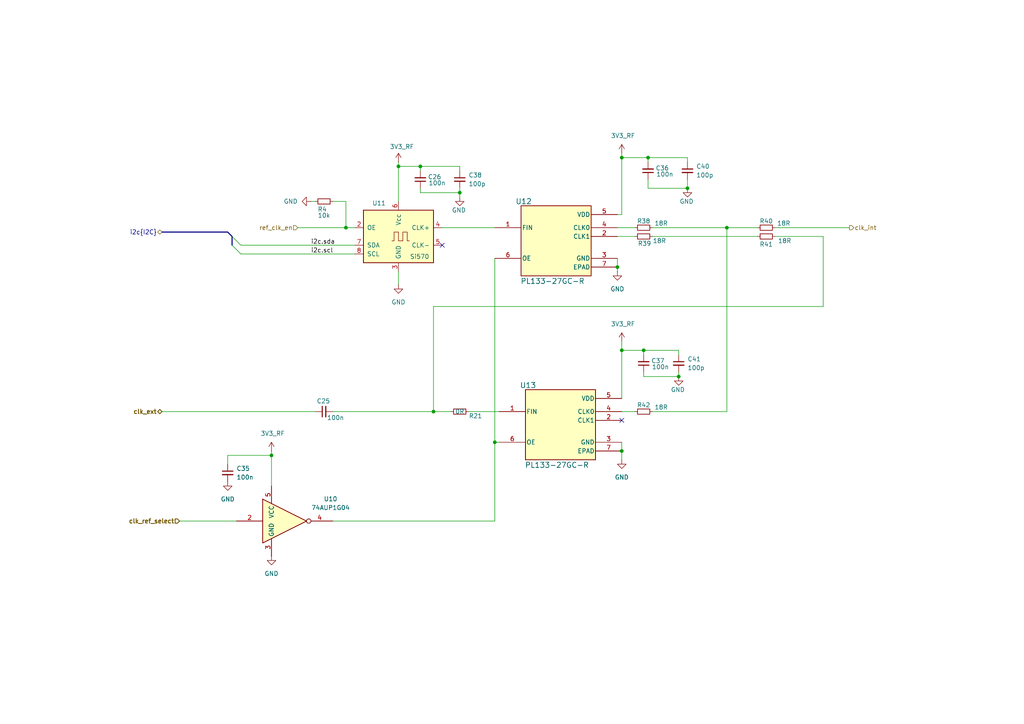
<source format=kicad_sch>
(kicad_sch (version 20250114) (generator "eeschema") (generator_version "9.0")
  (paper "A4")
  (title_block (title "REFERENCE OSCILLATOR") (date "2025-03-28") (rev "${REVISION}") (company "${COMPANY}"))
  (lib_symbols
    (symbol "74xGxx:74AUP1G04"
      (property "Reference" "U" (at -2.54 3.81 0))
      (property "Value" "74AUP1G04" (at 0 -3.81 0))
      (symbol "74AUP1G04_0_1"
        (polyline (pts (xy -7.62 6.35) (xy -7.62 -6.35) (xy 5.08 0) (xy -7.62 6.35)) (stroke (width 0.254)) (fill (type background)))
      )
      (symbol "74AUP1G04_1_1"
        (pin input line (at -15.24 0 0) (length 7.62) (name "~") (number "2"))
        (pin power_in line (at -5.08 10.16 270) (length 5.08) (name "VCC") (number "5"))
        (pin power_in line (at -5.08 -10.16 90) (length 5.08) (name "GND") (number "3"))
        (pin output inverted (at 12.7 0 180) (length 7.62) (name "~") (number "4"))
      )
    )
    (symbol "Device:C_Small" (pin_numbers (hide yes)) (pin_names (offset 0.254) (hide yes))
      (property "Reference" "C" (at 0.254 1.778 0))
      (property "Value" "C_Small" (at 0.254 -2.032 0))
      (symbol "C_Small_0_1"
        (polyline (pts (xy -1.524 0.508) (xy 1.524 0.508)) (stroke (width 0.3048)))
        (polyline (pts (xy -1.524 -0.508) (xy 1.524 -0.508)) (stroke (width 0.3302)))
      )
      (symbol "C_Small_1_1"
        (pin passive line (at 0 2.54 270) (length 2.032) (name "~") (number "1"))
        (pin passive line (at 0 -2.54 90) (length 2.032) (name "~") (number "2"))
      )
    )
    (symbol "Device:R_Small" (pin_numbers (hide yes)) (pin_names (offset 0.254) (hide yes))
      (property "Reference" "R" (at 0.762 0.508 0))
      (property "Value" "R_Small" (at 0.762 -1.016 0))
      (symbol "R_Small_0_1"
        (rectangle (start -0.762 1.778) (end 0.762 -1.778) (stroke (width 0.2032)))
      )
      (symbol "R_Small_1_1"
        (pin passive line (at 0 2.54 270) (length 0.762) (name "~") (number "1"))
        (pin passive line (at 0 -2.54 90) (length 0.762) (name "~") (number "2"))
      )
    )
    (symbol "Oscillator:Si570" (pin_names (offset 1.016))
      (property "Reference" "Y" (at -8.89 8.89 0))
      (property "Value" "Si570" (at 7.62 -8.89 0))
      (symbol "Si570_0_1"
        (rectangle (start -10.16 7.62) (end 10.16 -7.62) (stroke (width 0.254)) (fill (type background)))
        (polyline (pts (xy -1.905 -1.27) (xy -1.27 -1.27) (xy -1.27 1.27) (xy 0 1.27) (xy 0 -1.27) (xy 1.27 -1.27) (xy 1.27 1.27) (xy 2.54 1.27) (xy 2.54 -1.27) (xy 3.175 -1.27)))
      )
      (symbol "Si570_1_1"
        (pin input line (at -12.7 2.54 0) (length 2.54) (name "OE") (number "2"))
        (pin bidirectional line (at -12.7 -2.54 0) (length 2.54) (name "SDA") (number "7"))
        (pin input line (at -12.7 -5.08 0) (length 2.54) (name "SCL") (number "8"))
        (pin no_connect line (at -10.16 5.08 0) (length 2.54) (hide yes) (name "NC") (number "1"))
        (pin power_in line (at 0 10.16 270) (length 2.54) (name "Vcc") (number "6"))
        (pin power_in line (at 0 -10.16 90) (length 2.54) (name "GND") (number "3"))
        (pin output line (at 12.7 2.54 180) (length 2.54) (name "CLK+") (number "4"))
        (pin output line (at 12.7 -2.54 180) (length 2.54) (name "CLK-") (number "5"))
      )
    )
    (symbol "power:+3V3" (power) (pin_numbers (hide yes)) (pin_names (offset 0) (hide yes))
      (property "Value" "+3V3" (at 0 3.556 0))
      (symbol "+3V3_0_1"
        (polyline (pts (xy -0.762 1.27) (xy 0 2.54)))
        (polyline (pts (xy 0 2.54) (xy 0.762 1.27)))
        (polyline (pts (xy 0 0) (xy 0 2.54)))
      )
      (symbol "+3V3_1_1"
        (pin power_in line (at 0 0 90) (length 0) (name "~") (number "1"))
      )
    )
    (symbol "power:GND" (power) (pin_numbers (hide yes)) (pin_names (offset 0) (hide yes))
      (property "Value" "GND" (at 0 -3.81 0))
      (symbol "GND_0_1"
        (polyline (pts (xy 0 0) (xy 0 -1.27) (xy 1.27 -1.27) (xy 0 -2.54) (xy -1.27 -1.27) (xy 0 -1.27)))
      )
      (symbol "GND_1_1"
        (pin power_in line (at 0 0 270) (length 0) (name "~") (number "1"))
      )
    )
    (symbol "rf-synth-alpha:PL133-27GC-R" (pin_names (offset 0.254))
      (property "Reference" "U" (at 0.762 3.81 0))
      (property "Value" "PL133-27GC-R" (at 9.144 -19.304 0))
      (symbol "PL133-27GC-R_0_1"
        (pin input line (at -7.62 -3.81 0) (length 7.62) (name "FIN") (number "1"))
        (pin input line (at -7.62 -12.7 0) (length 7.62) (name "OE") (number "6"))
        (pin power_in line (at 27.94 0 180) (length 7.62) (name "VDD") (number "5"))
        (pin output line (at 27.94 -3.81 180) (length 7.62) (name "CLK0") (number "4"))
        (pin output line (at 27.94 -6.35 180) (length 7.62) (name "CLK1") (number "2"))
        (pin power_in line (at 27.94 -12.7 180) (length 7.62) (name "GND") (number "3"))
        (pin power_in line (at 27.94 -15.24 180) (length 7.62) (name "EPAD") (number "7"))
      )
      (symbol "PL133-27GC-R_1_1"
        (rectangle (start 0 2.54) (end 20.32 -17.78) (stroke (width 0.254)) (fill (type color) (color 255 255 194 1)))
      )
    )
  )
  (junction (at 100.33 66.04))
  (junction (at 143.51 128.27))
  (junction (at 179.07 77.47))
  (junction (at 133.35 55.88))
  (junction (at 78.74 132.08))
  (junction (at 180.34 101.6))
  (junction (at 180.34 45.72))
  (junction (at 125.73 119.38))
  (junction (at 180.34 130.81))
  (junction (at 196.85 109.22))
  (junction (at 199.39 54.61))
  (junction (at 115.57 48.26))
  (junction (at 186.69 101.6))
  (junction (at 210.82 66.04))
  (junction (at 121.92 48.26))
  (junction (at 187.96 45.72))
  (no_connect (at 128.27 71.12))
  (no_connect (at 180.34 121.92))
  (bus_entry (at 67.31 68.58) (size 2.54 2.54))
  (bus_entry (at 67.31 71.12) (size 2.54 2.54))
  (wire (pts (xy 187.96 45.72) (xy 187.96 46.99)))
  (wire (pts (xy 86.36 66.04) (xy 100.33 66.04)))
  (wire (pts (xy 121.92 54.61) (xy 121.92 55.88)))
  (wire (pts (xy 186.69 101.6) (xy 186.69 102.87)))
  (wire (pts (xy 199.39 46.99) (xy 199.39 45.72)))
  (wire (pts (xy 189.23 119.38) (xy 210.82 119.38)))
  (wire (pts (xy 66.04 134.62) (xy 66.04 132.08)))
  (wire (pts (xy 179.07 66.04) (xy 184.15 66.04)))
  (wire (pts (xy 189.23 68.58) (xy 219.71 68.58)))
  (wire (pts (xy 196.85 102.87) (xy 196.85 101.6)))
  (wire (pts (xy 90.17 58.42) (xy 91.44 58.42)))
  (wire (pts (xy 187.96 54.61) (xy 187.96 52.07)))
  (wire (pts (xy 180.34 45.72) (xy 180.34 62.23)))
  (wire (pts (xy 210.82 119.38) (xy 210.82 66.04)))
  (wire (pts (xy 66.04 132.08) (xy 78.74 132.08)))
  (wire (pts (xy 199.39 52.07) (xy 199.39 54.61)))
  (wire (pts (xy 96.52 151.13) (xy 143.51 151.13)))
  (wire (pts (xy 133.35 54.61) (xy 133.35 55.88)))
  (bus (pts (xy 67.31 68.58) (xy 67.31 71.12)))
  (wire (pts (xy 133.35 48.26) (xy 121.92 48.26)))
  (wire (pts (xy 180.34 99.06) (xy 180.34 101.6)))
  (wire (pts (xy 246.38 66.04) (xy 224.79 66.04)))
  (wire (pts (xy 180.34 119.38) (xy 184.15 119.38)))
  (wire (pts (xy 69.85 71.12) (xy 102.87 71.12)))
  (wire (pts (xy 180.34 44.45) (xy 180.34 45.72)))
  (wire (pts (xy 224.79 68.58) (xy 238.76 68.58)))
  (wire (pts (xy 238.76 88.9) (xy 125.73 88.9)))
  (wire (pts (xy 121.92 55.88) (xy 133.35 55.88)))
  (wire (pts (xy 180.34 128.27) (xy 180.34 130.81)))
  (wire (pts (xy 115.57 46.99) (xy 115.57 48.26)))
  (wire (pts (xy 115.57 78.74) (xy 115.57 82.55)))
  (wire (pts (xy 115.57 48.26) (xy 121.92 48.26)))
  (wire (pts (xy 180.34 130.81) (xy 180.34 133.35)))
  (wire (pts (xy 199.39 45.72) (xy 187.96 45.72)))
  (wire (pts (xy 179.07 77.47) (xy 179.07 78.74)))
  (wire (pts (xy 133.35 49.53) (xy 133.35 48.26)))
  (wire (pts (xy 196.85 107.95) (xy 196.85 109.22)))
  (wire (pts (xy 69.85 73.66) (xy 102.87 73.66)))
  (wire (pts (xy 100.33 58.42) (xy 100.33 66.04)))
  (wire (pts (xy 186.69 109.22) (xy 186.69 107.95)))
  (wire (pts (xy 133.35 55.88) (xy 133.35 57.15)))
  (wire (pts (xy 125.73 88.9) (xy 125.73 119.38)))
  (wire (pts (xy 78.74 132.08) (xy 78.74 140.97)))
  (bus (pts (xy 46.99 67.31) (xy 66.04 67.31)))
  (wire (pts (xy 96.52 58.42) (xy 100.33 58.42)))
  (wire (pts (xy 121.92 48.26) (xy 121.92 49.53)))
  (wire (pts (xy 180.34 101.6) (xy 186.69 101.6)))
  (wire (pts (xy 210.82 66.04) (xy 219.71 66.04)))
  (wire (pts (xy 179.07 68.58) (xy 184.15 68.58)))
  (wire (pts (xy 180.34 101.6) (xy 180.34 115.57)))
  (wire (pts (xy 128.27 66.04) (xy 143.51 66.04)))
  (wire (pts (xy 143.51 74.93) (xy 143.51 128.27)))
  (wire (pts (xy 125.73 119.38) (xy 130.81 119.38)))
  (wire (pts (xy 189.23 66.04) (xy 210.82 66.04)))
  (wire (pts (xy 187.96 54.61) (xy 199.39 54.61)))
  (wire (pts (xy 96.52 119.38) (xy 125.73 119.38)))
  (wire (pts (xy 78.74 130.81) (xy 78.74 132.08)))
  (wire (pts (xy 238.76 68.58) (xy 238.76 88.9)))
  (wire (pts (xy 144.78 128.27) (xy 143.51 128.27)))
  (wire (pts (xy 179.07 74.93) (xy 179.07 77.47)))
  (wire (pts (xy 100.33 66.04) (xy 102.87 66.04)))
  (wire (pts (xy 115.57 48.26) (xy 115.57 58.42)))
  (wire (pts (xy 196.85 101.6) (xy 186.69 101.6)))
  (wire (pts (xy 180.34 45.72) (xy 187.96 45.72)))
  (wire (pts (xy 143.51 151.13) (xy 143.51 128.27)))
  (wire (pts (xy 46.99 119.38) (xy 91.44 119.38)))
  (wire (pts (xy 180.34 62.23) (xy 179.07 62.23)))
  (wire (pts (xy 52.07 151.13) (xy 68.58 151.13)))
  (wire (pts (xy 186.69 109.22) (xy 196.85 109.22)))
  (bus (pts (xy 67.31 68.58) (xy 66.04 67.31)))
  (wire (pts (xy 135.89 119.38) (xy 144.78 119.38)))
  (label "i2c.scl" (at 90.17 73.66 0))
  (label "i2c.sda" (at 90.17 71.12 0))
  (hierarchical_label "ref_clk_en" (shape input) (at 86.36 66.04 180))
  (hierarchical_label "i2c{I2C}" (shape bidirectional) (at 46.99 67.31 180))
  (hierarchical_label "clk_ref_select" (shape input) (at 52.07 151.13 180) (effects (font (thickness 0.254) (bold yes))))
  (hierarchical_label "clk_int" (shape output) (at 246.38 66.04 0))
  (hierarchical_label "clk_ext" (shape bidirectional) (at 46.99 119.38 180) (effects (font (thickness 0.254) (bold yes))))
  (symbol (lib_id "Device:C_Small") (at 186.69 105.41 180) (unit 1)
    (property "Reference" "C37" (at 192.786 104.648 0) (effects (justify left)))
    (property "Value" "100n" (at 194.056 106.426 0) (effects (justify left)))
    (property "Footprint" "Capacitor_SMD:C_0402_1005Metric" (effects (hide yes)))
    (property "Datasheet" "https://mm.digikey.com/Volume0/opasdata/d220001/medias/docus/609/CL05B104KP5NNNC_Spec.pdf" (effects (hide yes)))
    (property "Description" "CAP CER 0.1UF 25V X7R 0402" (effects (hide yes)))
    (property "Manufacturer" "Samsung Electro-Mechanics" (effects (hide yes)))
    (property "MPN" "CL05B104KA5NNNC" (effects (hide yes)))
    (property "Supplier" "Digikey" (effects (hide yes)))
    (property "SPN" "1276-6720-1-ND" (effects (hide yes)))
    (property "C" "100n" (effects (hide yes)))
    (property "Voltage" "25V" (effects (hide yes)))
    (property "Tolerance" "10%" (effects (hide yes)))
    (property "Dielectric" "X7R" (effects (hide yes)))
  )
  (symbol (lib_id "Device:R_Small") (at 186.69 68.58 270) (mirror x) (unit 1)
    (property "Reference" "R39" (at 186.944 70.612 90))
    (property "Value" "18R" (at 191.262 69.85 90))
    (property "Footprint" "Resistor_SMD:R_0402_1005Metric" (effects (hide yes)))
    (property "Datasheet" "https://bourns.com/docs/product-datasheets/cr.pdf?sfvrsn=574d41f6_14" (effects (hide yes)))
    (property "Description" "RES SMD 18 OHM 1% 1/16W 0402" (effects (hide yes)))
    (property "Manufacturer" "Bourns Inc." (effects (hide yes)))
    (property "MPN" "CR0402-FX-18R0GLF" (effects (hide yes)))
    (property "Supplier" "Digikey" (effects (hide yes)))
    (property "SPN" "CR0402-FX-18R0GLFCT-ND" (effects (hide yes)))
  )
  (symbol (lib_id "Device:C_Small") (at 93.98 119.38 90) (unit 1)
    (property "Reference" "C25" (at 95.758 116.332 90) (effects (justify left)))
    (property "Value" "100n" (at 99.822 121.158 90) (effects (justify left)))
    (property "Footprint" "Capacitor_SMD:C_0402_1005Metric" (effects (hide yes)))
    (property "Datasheet" "https://mm.digikey.com/Volume0/opasdata/d220001/medias/docus/609/CL05B104KP5NNNC_Spec.pdf" (effects (hide yes)))
    (property "Description" "CAP CER 0.1UF 25V X7R 0402" (effects (hide yes)))
    (property "Manufacturer" "Samsung Electro-Mechanics" (effects (hide yes)))
    (property "MPN" "CL05B104KA5NNNC" (effects (hide yes)))
    (property "Supplier" "Digikey" (effects (hide yes)))
    (property "SPN" "1276-6720-1-ND" (effects (hide yes)))
    (property "C" "100n" (effects (hide yes)))
    (property "Voltage" "25V" (effects (hide yes)))
    (property "Tolerance" "10%" (effects (hide yes)))
    (property "Dielectric" "X7R" (effects (hide yes)))
  )
  (symbol (lib_id "power:GND") (at 179.07 78.74 0) (unit 1)
    (property "Reference" "#PWR088" (effects (hide yes)))
    (property "Value" "GND" (at 179.07 83.82 0))
    (property "Description" "Power symbol creates a global label with name \"GND\" , ground" (effects (hide yes)))
  )
  (symbol (lib_id "Device:C_Small") (at 187.96 49.53 180) (unit 1)
    (property "Reference" "C36" (at 194.056 48.768 0) (effects (justify left)))
    (property "Value" "100n" (at 195.326 50.546 0) (effects (justify left)))
    (property "Footprint" "Capacitor_SMD:C_0402_1005Metric" (effects (hide yes)))
    (property "Datasheet" "https://mm.digikey.com/Volume0/opasdata/d220001/medias/docus/609/CL05B104KP5NNNC_Spec.pdf" (effects (hide yes)))
    (property "Description" "CAP CER 0.1UF 25V X7R 0402" (effects (hide yes)))
    (property "Manufacturer" "Samsung Electro-Mechanics" (effects (hide yes)))
    (property "MPN" "CL05B104KA5NNNC" (effects (hide yes)))
    (property "Supplier" "Digikey" (effects (hide yes)))
    (property "SPN" "1276-6720-1-ND" (effects (hide yes)))
    (property "C" "100n" (effects (hide yes)))
    (property "Voltage" "25V" (effects (hide yes)))
    (property "Tolerance" "10%" (effects (hide yes)))
    (property "Dielectric" "X7R" (effects (hide yes)))
  )
  (symbol (lib_id "Device:R_Small") (at 186.69 66.04 270) (mirror x) (unit 1)
    (property "Reference" "R38" (at 186.69 64.135 90))
    (property "Value" "18R" (at 191.77 64.77 90))
    (property "Footprint" "Resistor_SMD:R_0402_1005Metric" (effects (hide yes)))
    (property "Datasheet" "https://bourns.com/docs/product-datasheets/cr.pdf?sfvrsn=574d41f6_14" (effects (hide yes)))
    (property "Description" "RES SMD 18 OHM 1% 1/16W 0402" (effects (hide yes)))
    (property "Manufacturer" "Bourns Inc." (effects (hide yes)))
    (property "MPN" "CR0402-FX-18R0GLF" (effects (hide yes)))
    (property "Supplier" "Digikey" (effects (hide yes)))
    (property "SPN" "CR0402-FX-18R0GLFCT-ND" (effects (hide yes)))
  )
  (symbol (lib_id "rf-synth-alpha:PL133-27GC-R") (at 151.13 62.23 0) (unit 1)
    (property "Reference" "U12" (at 151.892 58.42 0) (effects (font (size 1.524 1.524))))
    (property "Value" "PL133-27GC-R" (at 160.274 81.534 0) (effects (font (size 1.524 1.524))))
    (property "Footprint" "rf-synth-alpha:TDFN2013-6LD-PL-1_MCH" (effects (hide yes)))
    (property "Datasheet" "PL133-27GC-R" (effects (hide yes)))
    (property "Description" "Clock Fanout Buffer (Distribution) IC 1:2 150 MHz 6-UFDFN Exposed Pad" (effects (hide yes)))
    (property "Manufacturer" "Microchip Technology" (effects (hide yes)))
    (property "MPN" "PL133-27GC-R" (effects (hide yes)))
    (property "Supplier" "Digikey" (effects (hide yes)))
    (property "SPN" "576-4932-1-ND" (effects (hide yes)))
  )
  (symbol (lib_id "Device:R_Small") (at 222.25 68.58 270) (mirror x) (unit 1)
    (property "Reference" "R41" (at 222.25 70.866 90))
    (property "Value" "18R" (at 227.584 69.85 90))
    (property "Footprint" "Resistor_SMD:R_0402_1005Metric" (effects (hide yes)))
    (property "Datasheet" "https://bourns.com/docs/product-datasheets/cr.pdf?sfvrsn=574d41f6_14" (effects (hide yes)))
    (property "Description" "RES SMD 18 OHM 1% 1/16W 0402" (effects (hide yes)))
    (property "Manufacturer" "Bourns Inc." (effects (hide yes)))
    (property "MPN" "CR0402-FX-18R0GLF" (effects (hide yes)))
    (property "Supplier" "Digikey" (effects (hide yes)))
    (property "SPN" "CR0402-FX-18R0GLFCT-ND" (effects (hide yes)))
  )
  (symbol (lib_id "Device:R_Small") (at 133.35 119.38 90) (unit 1)
    (property "Reference" "R21" (at 137.922 120.65 90))
    (property "Value" "0R" (at 133.35 119.38 90))
    (property "Footprint" "Resistor_SMD:R_0402_1005Metric" (effects (hide yes)))
    (property "Description" "Resistor, small symbol" (effects (hide yes)))
    (property "Manufacturer" "Panasonic Electronic Components" (effects (hide yes)))
    (property "MFN" "ERJ-2GE0R00X" (effects (hide yes)))
    (property "Supplier" "Digikey" (effects (hide yes)))
    (property "SPN" "P0.0JCT-ND" (effects (hide yes)))
    (property "R" "0R" (effects (hide yes)))
  )
  (symbol (lib_id "power:+3V3") (at 78.74 130.81 0) (unit 1)
    (property "Reference" "#PWR081" (effects (hide yes)))
    (property "Value" "3V3_RF" (at 75.565 125.73 0) (effects (justify left)))
    (property "Description" "Power symbol creates a global label with name \"+3V3\"" (effects (hide yes)))
  )
  (symbol (lib_id "Device:R_Small") (at 222.25 66.04 270) (mirror x) (unit 1)
    (property "Reference" "R40" (at 222.25 64.135 90))
    (property "Value" "18R" (at 227.33 64.77 90))
    (property "Footprint" "Resistor_SMD:R_0402_1005Metric" (effects (hide yes)))
    (property "Datasheet" "https://bourns.com/docs/product-datasheets/cr.pdf?sfvrsn=574d41f6_14" (effects (hide yes)))
    (property "Description" "RES SMD 18 OHM 1% 1/16W 0402" (effects (hide yes)))
    (property "Manufacturer" "Bourns Inc." (effects (hide yes)))
    (property "MPN" "CR0402-FX-18R0GLF" (effects (hide yes)))
    (property "Supplier" "Digikey" (effects (hide yes)))
    (property "SPN" "CR0402-FX-18R0GLFCT-ND" (effects (hide yes)))
  )
  (symbol (lib_id "power:GND") (at 115.57 82.55 0) (unit 1)
    (property "Reference" "#PWR085" (effects (hide yes)))
    (property "Value" "GND" (at 115.57 87.63 0))
    (property "Description" "Power symbol creates a global label with name \"GND\" , ground" (effects (hide yes)))
    (instances (project "revg-octane" (path "" (reference "#PWR085") (unit 1))) (project "revg-octane" (path "" (reference "#PWR085") (unit 1))) (project "revg-octane" (path "" (reference "#PWR?") (unit 1))))
  )
  (symbol (lib_id "power:GND") (at 199.39 54.61 0) (unit 1)
    (property "Reference" "#PWR092" (effects (hide yes)))
    (property "Value" "GND" (at 199.136 58.42 0))
    (property "Description" "Power symbol creates a global label with name \"GND\" , ground" (effects (hide yes)))
  )
  (symbol (lib_id "power:GND") (at 180.34 133.35 0) (unit 1)
    (property "Reference" "#PWR087" (effects (hide yes)))
    (property "Value" "GND" (at 180.34 138.43 0))
    (property "Description" "Power symbol creates a global label with name \"GND\" , ground" (effects (hide yes)))
  )
  (symbol (lib_id "power:GND") (at 133.35 57.15 0) (unit 1)
    (property "Reference" "#PWR086" (effects (hide yes)))
    (property "Value" "GND" (at 133.096 60.96 0))
    (property "Description" "Power symbol creates a global label with name \"GND\" , ground" (effects (hide yes)))
  )
  (symbol (lib_id "Device:C_Small") (at 121.92 52.07 180) (unit 1)
    (property "Reference" "C26" (at 128.016 51.308 0) (effects (justify left)))
    (property "Value" "100n" (at 129.286 53.086 0) (effects (justify left)))
    (property "Footprint" "Capacitor_SMD:C_0402_1005Metric" (effects (hide yes)))
    (property "Datasheet" "https://mm.digikey.com/Volume0/opasdata/d220001/medias/docus/609/CL05B104KP5NNNC_Spec.pdf" (effects (hide yes)))
    (property "Description" "CAP CER 0.1UF 25V X7R 0402" (effects (hide yes)))
    (property "Manufacturer" "Samsung Electro-Mechanics" (effects (hide yes)))
    (property "MPN" "CL05B104KA5NNNC" (effects (hide yes)))
    (property "Supplier" "Digikey" (effects (hide yes)))
    (property "SPN" "1276-6720-1-ND" (effects (hide yes)))
    (property "C" "100n" (effects (hide yes)))
    (property "Voltage" "25V" (effects (hide yes)))
    (property "Tolerance" "10%" (effects (hide yes)))
    (property "Dielectric" "X7R" (effects (hide yes)))
  )
  (symbol (lib_id "power:GND") (at 78.74 161.29 0) (unit 1)
    (property "Reference" "#PWR082" (effects (hide yes)))
    (property "Value" "GND" (at 78.74 166.37 0))
    (property "Description" "Power symbol creates a global label with name \"GND\" , ground" (effects (hide yes)))
  )
  (symbol (lib_id "power:GND") (at 196.85 109.22 0) (unit 1)
    (property "Reference" "#PWR091" (effects (hide yes)))
    (property "Value" "GND" (at 196.596 113.03 0))
    (property "Description" "Power symbol creates a global label with name \"GND\" , ground" (effects (hide yes)))
  )
  (symbol (lib_id "Device:C_Small") (at 196.85 105.41 0) (unit 1)
    (property "Reference" "C41" (at 199.39 104.1462 0) (effects (justify left)))
    (property "Value" "100p" (at 199.39 106.6862 0) (effects (justify left)))
    (property "Footprint" "Capacitor_SMD:C_0402_1005Metric" (effects (hide yes)))
    (property "Datasheet" "https://datasheets.kyocera-avx.com/KGM_X7R.pdf" (effects (hide yes)))
    (property "Description" "CAP CER 100PF 50V X7R 0402" (effects (hide yes)))
    (property "Manufacturer" "KYOCERA AVX" (effects (hide yes)))
    (property "MPN" "KGM05AR71H101KN" (effects (hide yes)))
    (property "Supplier" "Digikey" (effects (hide yes)))
    (property "SPN" "478-KGM05AR71H101KNCT-ND" (effects (hide yes)))
    (property "Cost" "0.11" (effects (hide yes)))
  )
  (symbol (lib_id "power:+3V3") (at 115.57 46.99 0) (unit 1)
    (property "Reference" "#PWR084" (effects (hide yes)))
    (property "Value" "3V3_RF" (at 113.03 42.545 0) (effects (justify left)))
    (property "Description" "Power symbol creates a global label with name \"+3V3\"" (effects (hide yes)))
    (instances (project "revg-octane" (path "" (reference "#PWR084") (unit 1))) (project "revg-octane" (path "" (reference "#PWR084") (unit 1))) (project "revg-octane" (path "" (reference "#PWR?") (unit 1))))
  )
  (symbol (lib_id "Device:C_Small") (at 133.35 52.07 0) (unit 1)
    (property "Reference" "C38" (at 135.89 50.8062 0) (effects (justify left)))
    (property "Value" "100p" (at 135.89 53.3462 0) (effects (justify left)))
    (property "Footprint" "Capacitor_SMD:C_0402_1005Metric" (effects (hide yes)))
    (property "Datasheet" "https://datasheets.kyocera-avx.com/KGM_X7R.pdf" (effects (hide yes)))
    (property "Description" "CAP CER 100PF 50V X7R 0402" (effects (hide yes)))
    (property "Manufacturer" "KYOCERA AVX" (effects (hide yes)))
    (property "MPN" "KGM05AR71H101KN" (effects (hide yes)))
    (property "Supplier" "Digikey" (effects (hide yes)))
    (property "SPN" "478-KGM05AR71H101KNCT-ND" (effects (hide yes)))
    (property "Cost" "0.11" (effects (hide yes)))
  )
  (symbol (lib_id "power:GND") (at 66.04 139.7 0) (unit 1)
    (property "Reference" "#PWR080" (effects (hide yes)))
    (property "Value" "GND" (at 66.04 144.78 0))
    (property "Description" "Power symbol creates a global label with name \"GND\" , ground" (effects (hide yes)))
  )
  (symbol (lib_id "Oscillator:Si570") (at 115.57 68.58 0) (unit 1)
    (property "Reference" "U11" (at 107.95 58.928 0) (effects (justify left)))
    (property "Value" "Si570" (at 118.872 74.422 0) (effects (justify left)))
    (property "Footprint" "Oscillator:Oscillator_SMD_SI570_SI571_Standard" (effects (hide yes)))
    (property "Datasheet" "http://www.silabs.com/Support%20Documents/TechnicalDocs/si570.pdf" (effects (hide yes)))
    (property "Description" "10 MHZ TO 1.4 GHZ I2C PROGRAMMABLE XO/VCXO" (effects (hide yes)))
    (instances (project "revg-octane" (path "" (reference "U11") (unit 1))) (project "revg-octane" (path "" (reference "U11") (unit 1))) (project "revg-octane" (path "" (reference "U?") (unit 1))))
  )
  (symbol (lib_id "rf-synth-alpha:PL133-27GC-R") (at 152.4 115.57 0) (unit 1)
    (property "Reference" "U13" (at 153.162 111.76 0) (effects (font (size 1.524 1.524))))
    (property "Value" "PL133-27GC-R" (at 161.544 134.874 0) (effects (font (size 1.524 1.524))))
    (property "Footprint" "rf-synth-alpha:TDFN2013-6LD-PL-1_MCH" (effects (hide yes)))
    (property "Datasheet" "PL133-27GC-R" (effects (hide yes)))
    (property "Description" "Clock Fanout Buffer (Distribution) IC 1:2 150 MHz 6-UFDFN Exposed Pad" (effects (hide yes)))
    (property "Manufacturer" "Microchip Technology" (effects (hide yes)))
    (property "MPN" "PL133-27GC-R" (effects (hide yes)))
    (property "Supplier" "Digikey" (effects (hide yes)))
    (property "SPN" "576-4932-1-ND" (effects (hide yes)))
  )
  (symbol (lib_id "power:GND") (at 90.17 58.42 270) (unit 1)
    (property "Reference" "#PWR083" (effects (hide yes)))
    (property "Value" "GND" (at 86.36 58.4199 90) (effects (justify right)))
    (property "Description" "Power symbol creates a global label with name \"GND\" , ground" (effects (hide yes)))
    (instances (project "revg-octane" (path "" (reference "#PWR083") (unit 1))) (project "revg-octane" (path "" (reference "#PWR083") (unit 1))) (project "revg-octane" (path "" (reference "#PWR?") (unit 1))))
  )
  (symbol (lib_id "Device:R_Small") (at 186.69 119.38 270) (mirror x) (unit 1)
    (property "Reference" "R42" (at 186.69 117.475 90))
    (property "Value" "18R" (at 191.77 118.11 90))
    (property "Footprint" "Resistor_SMD:R_0402_1005Metric" (effects (hide yes)))
    (property "Datasheet" "https://bourns.com/docs/product-datasheets/cr.pdf?sfvrsn=574d41f6_14" (effects (hide yes)))
    (property "Description" "RES SMD 18 OHM 1% 1/16W 0402" (effects (hide yes)))
    (property "Manufacturer" "Bourns Inc." (effects (hide yes)))
    (property "MPN" "CR0402-FX-18R0GLF" (effects (hide yes)))
    (property "Supplier" "Digikey" (effects (hide yes)))
    (property "SPN" "CR0402-FX-18R0GLFCT-ND" (effects (hide yes)))
  )
  (symbol (lib_id "Device:C_Small") (at 66.04 137.16 0) (unit 1)
    (property "Reference" "C35" (at 68.58 135.8962 0) (effects (justify left)))
    (property "Value" "100n" (at 68.58 138.4362 0) (effects (justify left)))
    (property "Footprint" "Capacitor_SMD:C_0402_1005Metric" (effects (hide yes)))
    (property "Description" "Unpolarized capacitor, small symbol" (effects (hide yes)))
    (property "Manufacturer" "KYOCERA AVX" (effects (hide yes)))
    (property "MPN" "04025C104JAT2A" (effects (hide yes)))
    (property "Supplier" "Mouser" (effects (hide yes)))
    (property "SPN" "581-04025C104JAT2A " (effects (hide yes)))
    (property "Cost" "0.11" (effects (hide yes)))
  )
  (symbol (lib_id "74xGxx:74AUP1G04") (at 83.82 151.13 0) (unit 1)
    (property "Reference" "U10" (at 95.885 144.7098 0))
    (property "Value" "74AUP1G04" (at 95.885 147.2498 0))
    (property "Footprint" "Package_TO_SOT_SMD:SOT-353_SC-70-5" (effects (hide yes)))
    (property "Datasheet" "https://www.ti.com/lit/ds/symlink/sn74aup1g04.pdf" (effects (hide yes)))
    (property "Description" "Single NOT Gate, Low-Voltage CMOS" (effects (hide yes)))
    (property "Manufacturer" "TI" (effects (hide yes)))
    (property "MPN" "SN74AUP1G04DCKR " (effects (hide yes)))
    (property "Supplier" "Digikey" (effects (hide yes)))
    (property "SPN" "296-19072-1-ND" (effects (hide yes)))
  )
  (symbol (lib_id "Device:C_Small") (at 199.39 49.53 0) (unit 1)
    (property "Reference" "C40" (at 201.93 48.2662 0) (effects (justify left)))
    (property "Value" "100p" (at 201.93 50.8062 0) (effects (justify left)))
    (property "Footprint" "Capacitor_SMD:C_0402_1005Metric" (effects (hide yes)))
    (property "Datasheet" "https://datasheets.kyocera-avx.com/KGM_X7R.pdf" (effects (hide yes)))
    (property "Description" "CAP CER 100PF 50V X7R 0402" (effects (hide yes)))
    (property "Manufacturer" "KYOCERA AVX" (effects (hide yes)))
    (property "MPN" "KGM05AR71H101KN" (effects (hide yes)))
    (property "Supplier" "Digikey" (effects (hide yes)))
    (property "SPN" "478-KGM05AR71H101KNCT-ND" (effects (hide yes)))
    (property "Cost" "0.11" (effects (hide yes)))
  )
  (symbol (lib_id "Device:R_Small") (at 93.98 58.42 90) (unit 1)
    (property "Reference" "R4" (at 93.472 60.706 90))
    (property "Value" "10k" (at 93.98 62.484 90))
    (property "Footprint" "Resistor_SMD:R_0402_1005Metric" (effects (hide yes)))
    (property "Datasheet" "https://www.yageo.com/upload/media/product/products/datasheet/rchip/PYu-RC_Group_51_RoHS_L_12.pdf" (effects (hide yes)))
    (property "Description" "RES 10K OHM 5% 1/16W 0402" (effects (hide yes)))
    (property "Manufacturer" "YAGEO" (effects (hide yes)))
    (property "MPN" "RC0402JR-0710KL" (effects (hide yes)))
    (property "Supplier" "Digikey" (effects (hide yes)))
    (property "SPN" "311-10KJRCT-ND" (effects (hide yes)))
  )
  (symbol (lib_id "power:+3V3") (at 180.34 44.45 0) (unit 1)
    (property "Reference" "#PWR089" (effects (hide yes)))
    (property "Value" "3V3_RF" (at 177.165 39.37 0) (effects (justify left)))
    (property "Description" "Power symbol creates a global label with name \"+3V3\"" (effects (hide yes)))
  )
  (symbol (lib_id "power:+3V3") (at 180.34 99.06 0) (unit 1)
    (property "Reference" "#PWR090" (effects (hide yes)))
    (property "Value" "3V3_RF" (at 177.165 93.98 0) (effects (justify left)))
    (property "Description" "Power symbol creates a global label with name \"+3V3\"" (effects (hide yes)))
  )
)
</source>
